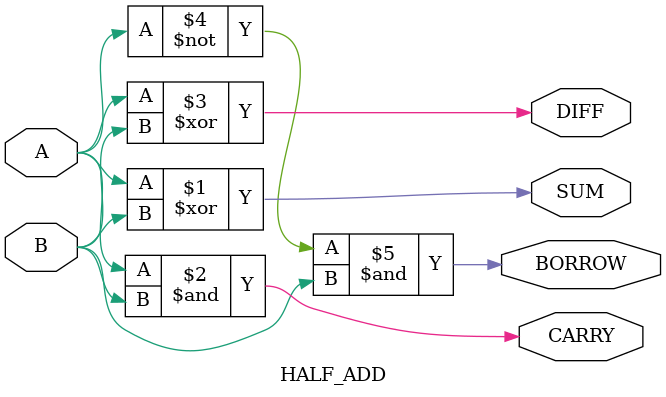
<source format=v>
module HALF_ADD(
    input  wire A,
    input  wire B,
    output wire SUM,
    output wire CARRY,
    output wire DIFF,
    output wire BORROW
);

assign SUM = A ^ B;
assign CARRY = A & B;

assign DIFF = A ^ B;
assign BORROW = (~A) & B;

endmodule
</source>
